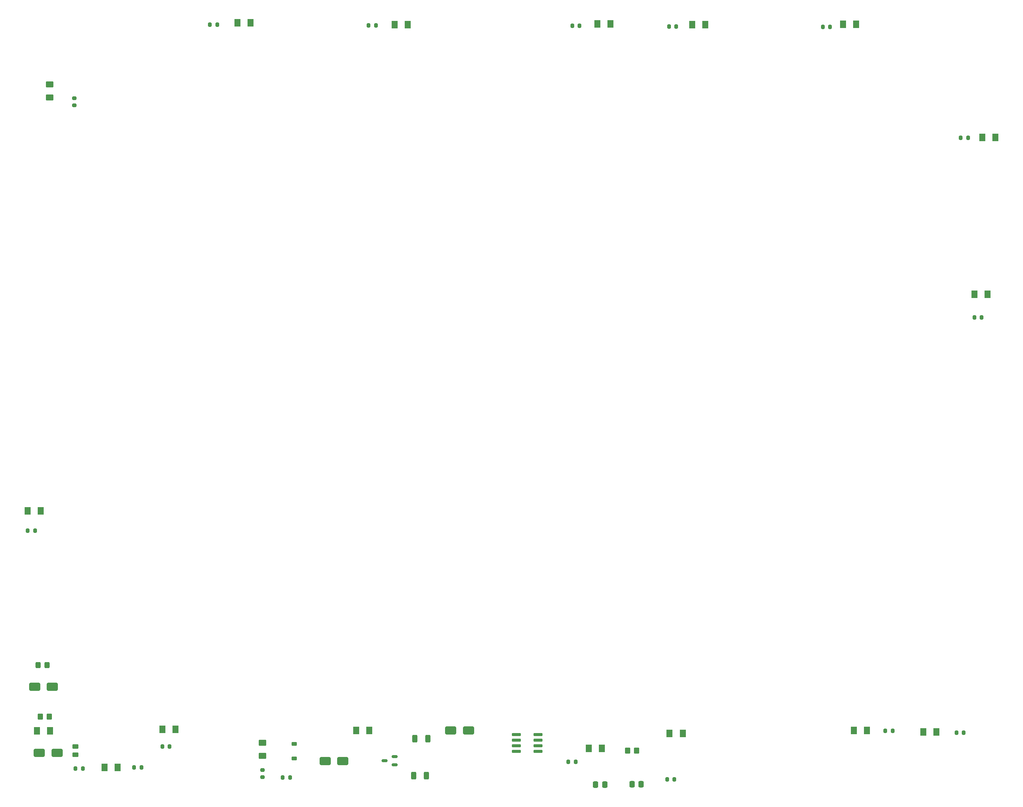
<source format=gbr>
%TF.GenerationSoftware,KiCad,Pcbnew,8.0.5*%
%TF.CreationDate,2025-05-12T12:18:58+05:30*%
%TF.ProjectId,automation,6175746f-6d61-4746-996f-6e2e6b696361,rev?*%
%TF.SameCoordinates,Original*%
%TF.FileFunction,Paste,Top*%
%TF.FilePolarity,Positive*%
%FSLAX46Y46*%
G04 Gerber Fmt 4.6, Leading zero omitted, Abs format (unit mm)*
G04 Created by KiCad (PCBNEW 8.0.5) date 2025-05-12 12:18:58*
%MOMM*%
%LPD*%
G01*
G04 APERTURE LIST*
G04 Aperture macros list*
%AMRoundRect*
0 Rectangle with rounded corners*
0 $1 Rounding radius*
0 $2 $3 $4 $5 $6 $7 $8 $9 X,Y pos of 4 corners*
0 Add a 4 corners polygon primitive as box body*
4,1,4,$2,$3,$4,$5,$6,$7,$8,$9,$2,$3,0*
0 Add four circle primitives for the rounded corners*
1,1,$1+$1,$2,$3*
1,1,$1+$1,$4,$5*
1,1,$1+$1,$6,$7*
1,1,$1+$1,$8,$9*
0 Add four rect primitives between the rounded corners*
20,1,$1+$1,$2,$3,$4,$5,0*
20,1,$1+$1,$4,$5,$6,$7,0*
20,1,$1+$1,$6,$7,$8,$9,0*
20,1,$1+$1,$8,$9,$2,$3,0*%
G04 Aperture macros list end*
%ADD10RoundRect,0.250000X0.337500X0.475000X-0.337500X0.475000X-0.337500X-0.475000X0.337500X-0.475000X0*%
%ADD11RoundRect,0.250000X-0.350000X-0.450000X0.350000X-0.450000X0.350000X0.450000X-0.350000X0.450000X0*%
%ADD12RoundRect,0.250000X-0.337500X-0.475000X0.337500X-0.475000X0.337500X0.475000X-0.337500X0.475000X0*%
%ADD13RoundRect,0.250000X-1.000000X-0.650000X1.000000X-0.650000X1.000000X0.650000X-1.000000X0.650000X0*%
%ADD14RoundRect,0.250001X0.462499X0.624999X-0.462499X0.624999X-0.462499X-0.624999X0.462499X-0.624999X0*%
%ADD15RoundRect,0.250001X-0.462499X-0.624999X0.462499X-0.624999X0.462499X0.624999X-0.462499X0.624999X0*%
%ADD16RoundRect,0.200000X0.200000X0.275000X-0.200000X0.275000X-0.200000X-0.275000X0.200000X-0.275000X0*%
%ADD17RoundRect,0.200000X0.275000X-0.200000X0.275000X0.200000X-0.275000X0.200000X-0.275000X-0.200000X0*%
%ADD18RoundRect,0.250001X0.624999X-0.462499X0.624999X0.462499X-0.624999X0.462499X-0.624999X-0.462499X0*%
%ADD19RoundRect,0.200000X-0.200000X-0.275000X0.200000X-0.275000X0.200000X0.275000X-0.200000X0.275000X0*%
%ADD20RoundRect,0.200000X-0.275000X0.200000X-0.275000X-0.200000X0.275000X-0.200000X0.275000X0.200000X0*%
%ADD21RoundRect,0.250000X-0.325000X-0.450000X0.325000X-0.450000X0.325000X0.450000X-0.325000X0.450000X0*%
%ADD22RoundRect,0.250000X-0.312500X-0.625000X0.312500X-0.625000X0.312500X0.625000X-0.312500X0.625000X0*%
%ADD23RoundRect,0.250000X-0.450000X0.262500X-0.450000X-0.262500X0.450000X-0.262500X0.450000X0.262500X0*%
%ADD24RoundRect,0.225000X-0.375000X0.225000X-0.375000X-0.225000X0.375000X-0.225000X0.375000X0.225000X0*%
%ADD25RoundRect,0.250000X0.350000X0.450000X-0.350000X0.450000X-0.350000X-0.450000X0.350000X-0.450000X0*%
%ADD26RoundRect,0.150000X0.512500X0.150000X-0.512500X0.150000X-0.512500X-0.150000X0.512500X-0.150000X0*%
%ADD27RoundRect,0.075000X-0.910000X-0.225000X0.910000X-0.225000X0.910000X0.225000X-0.910000X0.225000X0*%
G04 APERTURE END LIST*
D10*
%TO.C,C1*%
X437812500Y-297600000D03*
X435737500Y-297600000D03*
%TD*%
D11*
%TO.C,FB1*%
X309812500Y-282200000D03*
X311812500Y-282200000D03*
%TD*%
D12*
%TO.C,C2*%
X444000000Y-297500000D03*
X446075000Y-297500000D03*
%TD*%
D13*
%TO.C,D13*%
X308500000Y-275400000D03*
X312500000Y-275400000D03*
%TD*%
D14*
%TO.C,D5*%
X309875000Y-235550000D03*
X306900000Y-235550000D03*
%TD*%
D13*
%TO.C,IC2*%
X374400000Y-292300000D03*
X378400000Y-292300000D03*
%TD*%
D15*
%TO.C,D16*%
X457625000Y-125300000D03*
X460600000Y-125300000D03*
%TD*%
D16*
%TO.C,R24*%
X385900000Y-125500000D03*
X384250000Y-125500000D03*
%TD*%
D15*
%TO.C,D3*%
X521622500Y-186470000D03*
X524597500Y-186470000D03*
%TD*%
%TO.C,D15*%
X491825000Y-125200000D03*
X494800000Y-125200000D03*
%TD*%
D17*
%TO.C,R6*%
X317540000Y-143620000D03*
X317540000Y-141970000D03*
%TD*%
D15*
%TO.C,D10*%
X381412500Y-285300000D03*
X384387500Y-285300000D03*
%TD*%
D16*
%TO.C,R1*%
X520200000Y-150920000D03*
X518550000Y-150920000D03*
%TD*%
D18*
%TO.C,D11*%
X360200000Y-291087500D03*
X360200000Y-288112500D03*
%TD*%
D19*
%TO.C,R28*%
X331075000Y-293700000D03*
X332725000Y-293700000D03*
%TD*%
D13*
%TO.C,D14*%
X309580000Y-290400000D03*
X313580000Y-290400000D03*
%TD*%
D18*
%TO.C,D4*%
X311940000Y-141795000D03*
X311940000Y-138820000D03*
%TD*%
D16*
%TO.C,R19*%
X488900000Y-125800000D03*
X487250000Y-125800000D03*
%TD*%
D20*
%TO.C,R17*%
X360200000Y-294275000D03*
X360200000Y-295925000D03*
%TD*%
D19*
%TO.C,R14*%
X364775000Y-296000000D03*
X366425000Y-296000000D03*
%TD*%
D16*
%TO.C,R25*%
X349900000Y-125300000D03*
X348250000Y-125300000D03*
%TD*%
D21*
%TO.C,F1*%
X309275000Y-270500000D03*
X311325000Y-270500000D03*
%TD*%
D13*
%TO.C,IC3*%
X402892500Y-285340000D03*
X406892500Y-285340000D03*
%TD*%
D16*
%TO.C,R22*%
X454015000Y-125700000D03*
X452365000Y-125700000D03*
%TD*%
D14*
%TO.C,D2*%
X512987500Y-285700000D03*
X510012500Y-285700000D03*
%TD*%
D22*
%TO.C,F2*%
X394737500Y-287200000D03*
X397662500Y-287200000D03*
%TD*%
D15*
%TO.C,D7*%
X494312500Y-285300000D03*
X497287500Y-285300000D03*
%TD*%
D22*
%TO.C,F3*%
X394437500Y-295600000D03*
X397362500Y-295600000D03*
%TD*%
D14*
%TO.C,D9*%
X437175000Y-289400000D03*
X434200000Y-289400000D03*
%TD*%
%TO.C,D20*%
X327337500Y-293750000D03*
X324362500Y-293750000D03*
%TD*%
D15*
%TO.C,D17*%
X436125000Y-125100000D03*
X439100000Y-125100000D03*
%TD*%
D23*
%TO.C,RV1*%
X317800000Y-288987500D03*
X317800000Y-290812500D03*
%TD*%
D16*
%TO.C,R23*%
X432100000Y-125600000D03*
X430450000Y-125600000D03*
%TD*%
D24*
%TO.C,D21*%
X367400000Y-288350000D03*
X367400000Y-291650000D03*
%TD*%
D25*
%TO.C,FB2*%
X444987500Y-289900000D03*
X442987500Y-289900000D03*
%TD*%
D19*
%TO.C,R12*%
X451950000Y-296400000D03*
X453600000Y-296400000D03*
%TD*%
%TO.C,R9*%
X501450000Y-285400000D03*
X503100000Y-285400000D03*
%TD*%
D15*
%TO.C,D8*%
X452512500Y-286000000D03*
X455487500Y-286000000D03*
%TD*%
D26*
%TO.C,IC1*%
X390137500Y-293150000D03*
X390137500Y-291250000D03*
X387862500Y-292200000D03*
%TD*%
D15*
%TO.C,D6*%
X309025000Y-285380000D03*
X312000000Y-285380000D03*
%TD*%
%TO.C,D1*%
X523425000Y-150900000D03*
X526400000Y-150900000D03*
%TD*%
D19*
%TO.C,R2*%
X517575000Y-285800000D03*
X519225000Y-285800000D03*
%TD*%
D15*
%TO.C,D12*%
X337512500Y-285100000D03*
X340487500Y-285100000D03*
%TD*%
D27*
%TO.C,U2*%
X417760000Y-286290000D03*
X417760000Y-287560000D03*
X417760000Y-288830000D03*
X417760000Y-290100000D03*
X422700000Y-290100000D03*
X422700000Y-288830000D03*
X422700000Y-287560000D03*
X422700000Y-286290000D03*
%TD*%
D15*
%TO.C,D19*%
X354525000Y-124900000D03*
X357500000Y-124900000D03*
%TD*%
D16*
%TO.C,R8*%
X319425000Y-294000000D03*
X317775000Y-294000000D03*
%TD*%
D15*
%TO.C,D18*%
X390125000Y-125300000D03*
X393100000Y-125300000D03*
%TD*%
D19*
%TO.C,R3*%
X521610000Y-191710000D03*
X523260000Y-191710000D03*
%TD*%
D16*
%TO.C,R7*%
X308600000Y-240000000D03*
X306950000Y-240000000D03*
%TD*%
D19*
%TO.C,R13*%
X429562500Y-292400000D03*
X431212500Y-292400000D03*
%TD*%
%TO.C,R18*%
X337475000Y-289000000D03*
X339125000Y-289000000D03*
%TD*%
M02*

</source>
